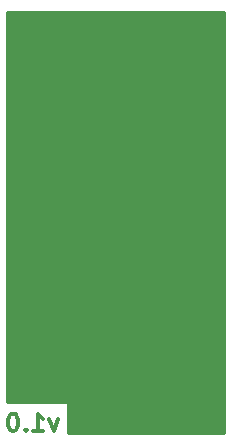
<source format=gbl>
G04 #@! TF.FileFunction,Copper,L2,Bot,Signal*
%FSLAX46Y46*%
G04 Gerber Fmt 4.6, Leading zero omitted, Abs format (unit mm)*
G04 Created by KiCad (PCBNEW 4.0.7) date 06/29/18 23:25:55*
%MOMM*%
%LPD*%
G01*
G04 APERTURE LIST*
%ADD10C,0.100000*%
%ADD11C,0.300000*%
%ADD12C,0.600000*%
%ADD13C,0.254000*%
G04 APERTURE END LIST*
D10*
D11*
X144453999Y-121344571D02*
X144096856Y-122344571D01*
X143739714Y-121344571D01*
X142382571Y-122344571D02*
X143239714Y-122344571D01*
X142811142Y-122344571D02*
X142811142Y-120844571D01*
X142953999Y-121058857D01*
X143096857Y-121201714D01*
X143239714Y-121273143D01*
X141739714Y-122201714D02*
X141668286Y-122273143D01*
X141739714Y-122344571D01*
X141811143Y-122273143D01*
X141739714Y-122201714D01*
X141739714Y-122344571D01*
X140739714Y-120844571D02*
X140596857Y-120844571D01*
X140454000Y-120916000D01*
X140382571Y-120987429D01*
X140311142Y-121130286D01*
X140239714Y-121416000D01*
X140239714Y-121773143D01*
X140311142Y-122058857D01*
X140382571Y-122201714D01*
X140454000Y-122273143D01*
X140596857Y-122344571D01*
X140739714Y-122344571D01*
X140882571Y-122273143D01*
X140954000Y-122201714D01*
X141025428Y-122058857D01*
X141096857Y-121773143D01*
X141096857Y-121416000D01*
X141025428Y-121130286D01*
X140954000Y-120987429D01*
X140882571Y-120916000D01*
X140739714Y-120844571D01*
D12*
X145796000Y-97536000D03*
X141224000Y-101346000D03*
X141478000Y-113030000D03*
X149606000Y-111760000D03*
X156972000Y-111252000D03*
D13*
G36*
X158548000Y-122480000D02*
X145303285Y-122480000D01*
X145303285Y-119831000D01*
X140156000Y-119831000D01*
X140156000Y-86816000D01*
X158548000Y-86816000D01*
X158548000Y-122480000D01*
X158548000Y-122480000D01*
G37*
X158548000Y-122480000D02*
X145303285Y-122480000D01*
X145303285Y-119831000D01*
X140156000Y-119831000D01*
X140156000Y-86816000D01*
X158548000Y-86816000D01*
X158548000Y-122480000D01*
M02*

</source>
